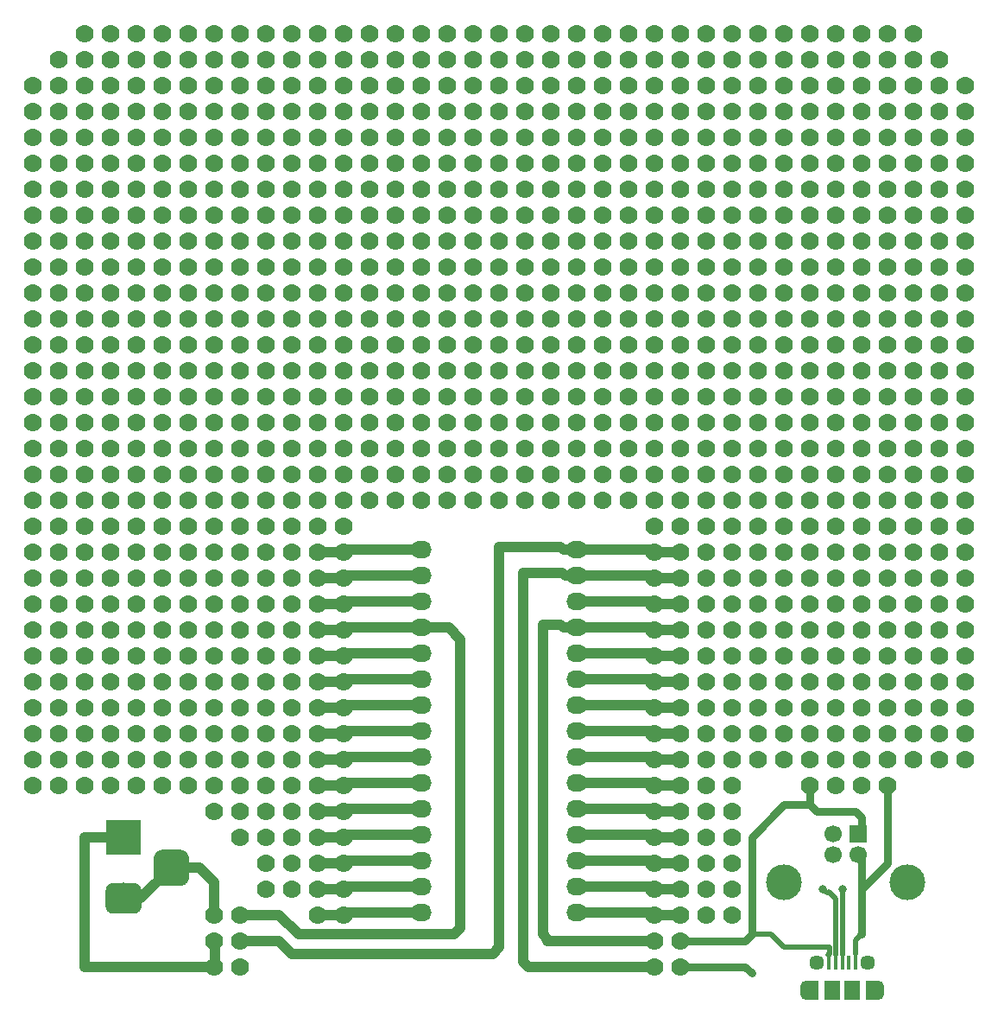
<source format=gtl>
G04 #@! TF.GenerationSoftware,KiCad,Pcbnew,(5.0.0)*
G04 #@! TF.CreationDate,2019-08-07T20:49:05+02:00*
G04 #@! TF.ProjectId,Arduino_Nano_Breadboard,41726475696E6F5F4E616E6F5F427265,rev?*
G04 #@! TF.SameCoordinates,Original*
G04 #@! TF.FileFunction,Copper,L1,Top,Signal*
G04 #@! TF.FilePolarity,Positive*
%FSLAX46Y46*%
G04 Gerber Fmt 4.6, Leading zero omitted, Abs format (unit mm)*
G04 Created by KiCad (PCBNEW (5.0.0)) date 08/07/19 20:49:05*
%MOMM*%
%LPD*%
G01*
G04 APERTURE LIST*
G04 #@! TA.AperFunction,ComponentPad*
%ADD10C,1.778000*%
G04 #@! TD*
G04 #@! TA.AperFunction,ComponentPad*
%ADD11C,3.500000*%
G04 #@! TD*
G04 #@! TA.AperFunction,ComponentPad*
%ADD12C,1.700000*%
G04 #@! TD*
G04 #@! TA.AperFunction,ComponentPad*
%ADD13R,1.700000X1.700000*%
G04 #@! TD*
G04 #@! TA.AperFunction,ComponentPad*
%ADD14O,2.032000X1.727200*%
G04 #@! TD*
G04 #@! TA.AperFunction,Conductor*
%ADD15C,0.100000*%
G04 #@! TD*
G04 #@! TA.AperFunction,ComponentPad*
%ADD16C,3.000000*%
G04 #@! TD*
G04 #@! TA.AperFunction,ComponentPad*
%ADD17R,3.500000X3.500000*%
G04 #@! TD*
G04 #@! TA.AperFunction,SMDPad,CuDef*
%ADD18R,1.200000X1.900000*%
G04 #@! TD*
G04 #@! TA.AperFunction,ComponentPad*
%ADD19O,1.200000X1.900000*%
G04 #@! TD*
G04 #@! TA.AperFunction,SMDPad,CuDef*
%ADD20R,1.500000X1.900000*%
G04 #@! TD*
G04 #@! TA.AperFunction,ComponentPad*
%ADD21C,1.450000*%
G04 #@! TD*
G04 #@! TA.AperFunction,SMDPad,CuDef*
%ADD22R,0.400000X1.350000*%
G04 #@! TD*
G04 #@! TA.AperFunction,ViaPad*
%ADD23C,0.800000*%
G04 #@! TD*
G04 #@! TA.AperFunction,ViaPad*
%ADD24C,1.000000*%
G04 #@! TD*
G04 #@! TA.AperFunction,Conductor*
%ADD25C,0.250000*%
G04 #@! TD*
G04 #@! TA.AperFunction,Conductor*
%ADD26C,1.000000*%
G04 #@! TD*
G04 #@! TA.AperFunction,Conductor*
%ADD27C,0.750000*%
G04 #@! TD*
G04 #@! TA.AperFunction,Conductor*
%ADD28C,0.500000*%
G04 #@! TD*
G04 APERTURE END LIST*
D10*
G04 #@! TO.P,,*
G04 #@! TO.N,*
X99530000Y-139850000D03*
G04 #@! TD*
G04 #@! TO.P,,*
G04 #@! TO.N,*
X96990000Y-139850000D03*
G04 #@! TD*
G04 #@! TO.P,,*
G04 #@! TO.N,*
X81750000Y-50950000D03*
G04 #@! TD*
G04 #@! TO.P,,*
G04 #@! TO.N,*
X168110000Y-50950000D03*
G04 #@! TD*
G04 #@! TO.P,,*
G04 #@! TO.N,*
X165570000Y-50950000D03*
G04 #@! TD*
G04 #@! TO.P,,*
G04 #@! TO.N,*
X165570000Y-48410000D03*
G04 #@! TD*
G04 #@! TO.P,,4*
G04 #@! TO.N,N/C*
X157950000Y-50950000D03*
X155410000Y-50950000D03*
X155410000Y-48410000D03*
X157950000Y-48410000D03*
G04 #@! TD*
G04 #@! TO.P,,4*
G04 #@! TO.N,N/C*
X147790000Y-50950000D03*
X145250000Y-50950000D03*
X145250000Y-48410000D03*
X147790000Y-48410000D03*
G04 #@! TD*
G04 #@! TO.P,,4*
G04 #@! TO.N,N/C*
X163030000Y-50950000D03*
X160490000Y-50950000D03*
X160490000Y-48410000D03*
X163030000Y-48410000D03*
G04 #@! TD*
G04 #@! TO.P,,4*
G04 #@! TO.N,N/C*
X152870000Y-50950000D03*
X150330000Y-50950000D03*
X150330000Y-48410000D03*
X152870000Y-48410000D03*
G04 #@! TD*
G04 #@! TO.P,,4*
G04 #@! TO.N,N/C*
X137630000Y-50950000D03*
X135090000Y-50950000D03*
X135090000Y-48410000D03*
X137630000Y-48410000D03*
G04 #@! TD*
G04 #@! TO.P,,4*
G04 #@! TO.N,N/C*
X127470000Y-50950000D03*
X124930000Y-50950000D03*
X124930000Y-48410000D03*
X127470000Y-48410000D03*
G04 #@! TD*
G04 #@! TO.P,,4*
G04 #@! TO.N,N/C*
X142710000Y-50950000D03*
X140170000Y-50950000D03*
X140170000Y-48410000D03*
X142710000Y-48410000D03*
G04 #@! TD*
G04 #@! TO.P,,4*
G04 #@! TO.N,N/C*
X132550000Y-50950000D03*
X130010000Y-50950000D03*
X130010000Y-48410000D03*
X132550000Y-48410000D03*
G04 #@! TD*
G04 #@! TO.P,,4*
G04 #@! TO.N,N/C*
X122390000Y-48410000D03*
X119850000Y-48410000D03*
X119850000Y-50950000D03*
X122390000Y-50950000D03*
G04 #@! TD*
G04 #@! TO.P,,4*
G04 #@! TO.N,N/C*
X117310000Y-48410000D03*
X114770000Y-48410000D03*
X114770000Y-50950000D03*
X117310000Y-50950000D03*
G04 #@! TD*
G04 #@! TO.P,,4*
G04 #@! TO.N,N/C*
X112230000Y-48410000D03*
X109690000Y-48410000D03*
X109690000Y-50950000D03*
X112230000Y-50950000D03*
G04 #@! TD*
G04 #@! TO.P,,4*
G04 #@! TO.N,N/C*
X107150000Y-48410000D03*
X104610000Y-48410000D03*
X104610000Y-50950000D03*
X107150000Y-50950000D03*
G04 #@! TD*
G04 #@! TO.P,,4*
G04 #@! TO.N,N/C*
X102070000Y-48410000D03*
X99530000Y-48410000D03*
X99530000Y-50950000D03*
X102070000Y-50950000D03*
G04 #@! TD*
G04 #@! TO.P,,4*
G04 #@! TO.N,N/C*
X96990000Y-48410000D03*
X94450000Y-48410000D03*
X94450000Y-50950000D03*
X96990000Y-50950000D03*
G04 #@! TD*
G04 #@! TO.P,,4*
G04 #@! TO.N,N/C*
X91910000Y-48410000D03*
X89370000Y-48410000D03*
X89370000Y-50950000D03*
X91910000Y-50950000D03*
G04 #@! TD*
G04 #@! TO.P,,4*
G04 #@! TO.N,N/C*
X86830000Y-48410000D03*
X84290000Y-48410000D03*
X84290000Y-50950000D03*
X86830000Y-50950000D03*
G04 #@! TD*
G04 #@! TO.P,,*
G04 #@! TO.N,*
X79210000Y-122070000D03*
G04 #@! TD*
G04 #@! TO.P,,*
G04 #@! TO.N,*
X81750000Y-122070000D03*
G04 #@! TD*
G04 #@! TO.P,,*
G04 #@! TO.N,*
X84290000Y-122070000D03*
G04 #@! TD*
G04 #@! TO.P,,5*
G04 #@! TO.N,N/C*
X84290000Y-114450000D03*
X81750000Y-114450000D03*
X79210000Y-114450000D03*
X79210000Y-116990000D03*
X79210000Y-119530000D03*
X81750000Y-119530000D03*
X84290000Y-119530000D03*
X81750000Y-116990000D03*
X84290000Y-116990000D03*
G04 #@! TD*
G04 #@! TO.P,,5*
G04 #@! TO.N,N/C*
X84290000Y-106830000D03*
X81750000Y-106830000D03*
X79210000Y-106830000D03*
X79210000Y-109370000D03*
X79210000Y-111910000D03*
X81750000Y-111910000D03*
X84290000Y-111910000D03*
X81750000Y-109370000D03*
X84290000Y-109370000D03*
G04 #@! TD*
G04 #@! TO.P,,5*
G04 #@! TO.N,N/C*
X84290000Y-99210000D03*
X81750000Y-99210000D03*
X79210000Y-99210000D03*
X79210000Y-101750000D03*
X79210000Y-104290000D03*
X81750000Y-104290000D03*
X84290000Y-104290000D03*
X81750000Y-101750000D03*
X84290000Y-101750000D03*
G04 #@! TD*
G04 #@! TO.P,,5*
G04 #@! TO.N,N/C*
X84290000Y-91590000D03*
X81750000Y-91590000D03*
X79210000Y-91590000D03*
X79210000Y-94130000D03*
X79210000Y-96670000D03*
X81750000Y-96670000D03*
X84290000Y-96670000D03*
X81750000Y-94130000D03*
X84290000Y-94130000D03*
G04 #@! TD*
G04 #@! TO.P,,5*
G04 #@! TO.N,N/C*
X84290000Y-83970000D03*
X81750000Y-83970000D03*
X79210000Y-83970000D03*
X79210000Y-86510000D03*
X79210000Y-89050000D03*
X81750000Y-89050000D03*
X84290000Y-89050000D03*
X81750000Y-86510000D03*
X84290000Y-86510000D03*
G04 #@! TD*
G04 #@! TO.P,,5*
G04 #@! TO.N,N/C*
X84290000Y-76350000D03*
X81750000Y-76350000D03*
X79210000Y-76350000D03*
X79210000Y-78890000D03*
X79210000Y-81430000D03*
X81750000Y-81430000D03*
X84290000Y-81430000D03*
X81750000Y-78890000D03*
X84290000Y-78890000D03*
G04 #@! TD*
G04 #@! TO.P,,5*
G04 #@! TO.N,N/C*
X84290000Y-68730000D03*
X81750000Y-68730000D03*
X79210000Y-68730000D03*
X79210000Y-71270000D03*
X79210000Y-73810000D03*
X81750000Y-73810000D03*
X84290000Y-73810000D03*
X81750000Y-71270000D03*
X84290000Y-71270000D03*
G04 #@! TD*
G04 #@! TO.P,,5*
G04 #@! TO.N,N/C*
X84290000Y-61110000D03*
X81750000Y-61110000D03*
X79210000Y-61110000D03*
X79210000Y-63650000D03*
X79210000Y-66190000D03*
X81750000Y-66190000D03*
X84290000Y-66190000D03*
X81750000Y-63650000D03*
X84290000Y-63650000D03*
G04 #@! TD*
G04 #@! TO.P,,5*
G04 #@! TO.N,N/C*
X84290000Y-53490000D03*
X81750000Y-53490000D03*
X79210000Y-53490000D03*
X79210000Y-56030000D03*
X79210000Y-58570000D03*
X81750000Y-58570000D03*
X84290000Y-58570000D03*
X81750000Y-56030000D03*
X84290000Y-56030000D03*
G04 #@! TD*
G04 #@! TO.P,,*
G04 #@! TO.N,*
X170650000Y-86510000D03*
G04 #@! TD*
G04 #@! TO.P,,*
G04 #@! TO.N,*
X170650000Y-83970000D03*
G04 #@! TD*
G04 #@! TO.P,,*
G04 #@! TO.N,*
X170650000Y-119530000D03*
G04 #@! TD*
G04 #@! TO.P,,*
G04 #@! TO.N,*
X170650000Y-116990000D03*
G04 #@! TD*
G04 #@! TO.P,,*
G04 #@! TO.N,*
X170650000Y-114450000D03*
G04 #@! TD*
G04 #@! TO.P,,*
G04 #@! TO.N,*
X168110000Y-114450000D03*
G04 #@! TD*
G04 #@! TO.P,,4*
G04 #@! TO.N,N/C*
X147790000Y-129690000D03*
X145250000Y-129690000D03*
X145250000Y-127150000D03*
X147790000Y-127150000D03*
G04 #@! TD*
G04 #@! TO.P,,4*
G04 #@! TO.N,N/C*
X147790000Y-124610000D03*
X145250000Y-124610000D03*
X145250000Y-122070000D03*
X147790000Y-122070000D03*
G04 #@! TD*
G04 #@! TO.P,,4*
G04 #@! TO.N,N/C*
X147790000Y-119530000D03*
X145250000Y-119530000D03*
X145250000Y-116990000D03*
X147790000Y-116990000D03*
G04 #@! TD*
G04 #@! TO.P,,4*
G04 #@! TO.N,N/C*
X152870000Y-119530000D03*
X150330000Y-119530000D03*
X150330000Y-116990000D03*
X152870000Y-116990000D03*
G04 #@! TD*
G04 #@! TO.P,,4*
G04 #@! TO.N,N/C*
X157950000Y-119530000D03*
X155410000Y-119530000D03*
X155410000Y-116990000D03*
X157950000Y-116990000D03*
G04 #@! TD*
G04 #@! TO.P,,4*
G04 #@! TO.N,N/C*
X170650000Y-111910000D03*
X168110000Y-111910000D03*
X168110000Y-109370000D03*
X170650000Y-109370000D03*
G04 #@! TD*
G04 #@! TO.P,,4*
G04 #@! TO.N,N/C*
X170650000Y-106830000D03*
X168110000Y-106830000D03*
X168110000Y-104290000D03*
X170650000Y-104290000D03*
G04 #@! TD*
G04 #@! TO.P,,4*
G04 #@! TO.N,N/C*
X170650000Y-101750000D03*
X168110000Y-101750000D03*
X168110000Y-99210000D03*
X170650000Y-99210000D03*
G04 #@! TD*
G04 #@! TO.P,,4*
G04 #@! TO.N,N/C*
X170650000Y-96670000D03*
X168110000Y-96670000D03*
X168110000Y-94130000D03*
X170650000Y-94130000D03*
G04 #@! TD*
G04 #@! TO.P,,4*
G04 #@! TO.N,N/C*
X170650000Y-91590000D03*
X168110000Y-91590000D03*
X168110000Y-89050000D03*
X170650000Y-89050000D03*
G04 #@! TD*
G04 #@! TO.P,,4*
G04 #@! TO.N,N/C*
X168110000Y-86510000D03*
X165570000Y-86510000D03*
X165570000Y-83970000D03*
X168110000Y-83970000D03*
G04 #@! TD*
G04 #@! TO.P,,5*
G04 #@! TO.N,N/C*
X170650000Y-76350000D03*
X168110000Y-76350000D03*
X165570000Y-76350000D03*
X165570000Y-78890000D03*
X165570000Y-81430000D03*
X168110000Y-81430000D03*
X170650000Y-81430000D03*
X168110000Y-78890000D03*
X170650000Y-78890000D03*
G04 #@! TD*
G04 #@! TO.P,,5*
G04 #@! TO.N,N/C*
X170650000Y-68730000D03*
X168110000Y-68730000D03*
X165570000Y-68730000D03*
X165570000Y-71270000D03*
X165570000Y-73810000D03*
X168110000Y-73810000D03*
X170650000Y-73810000D03*
X168110000Y-71270000D03*
X170650000Y-71270000D03*
G04 #@! TD*
G04 #@! TO.P,,5*
G04 #@! TO.N,N/C*
X170650000Y-61110000D03*
X168110000Y-61110000D03*
X165570000Y-61110000D03*
X165570000Y-63650000D03*
X165570000Y-66190000D03*
X168110000Y-66190000D03*
X170650000Y-66190000D03*
X168110000Y-63650000D03*
X170650000Y-63650000D03*
G04 #@! TD*
G04 #@! TO.P,,5*
G04 #@! TO.N,N/C*
X170650000Y-53490000D03*
X168110000Y-53490000D03*
X165570000Y-53490000D03*
X165570000Y-56030000D03*
X165570000Y-58570000D03*
X168110000Y-58570000D03*
X170650000Y-58570000D03*
X168110000Y-56030000D03*
X170650000Y-56030000D03*
G04 #@! TD*
G04 #@! TO.P,,*
G04 #@! TO.N,*
X163030000Y-86510000D03*
G04 #@! TD*
G04 #@! TO.P,,*
G04 #@! TO.N,*
X160490000Y-86510000D03*
G04 #@! TD*
G04 #@! TO.P,,4*
G04 #@! TO.N,N/C*
X163030000Y-81430000D03*
X160490000Y-81430000D03*
X160490000Y-83970000D03*
X163030000Y-83970000D03*
G04 #@! TD*
G04 #@! TO.P,,*
G04 #@! TO.N,*
X157950000Y-58570000D03*
G04 #@! TD*
G04 #@! TO.P,,*
G04 #@! TO.N,*
X157950000Y-56030000D03*
G04 #@! TD*
G04 #@! TO.P,,*
G04 #@! TO.N,*
X155410000Y-56030000D03*
G04 #@! TD*
G04 #@! TO.P,,*
G04 #@! TO.N,*
X152870000Y-56030000D03*
G04 #@! TD*
G04 #@! TO.P,,*
G04 #@! TO.N,*
X150330000Y-56030000D03*
G04 #@! TD*
G04 #@! TO.P,,*
G04 #@! TO.N,*
X147790000Y-56030000D03*
G04 #@! TD*
G04 #@! TO.P,,*
G04 #@! TO.N,*
X145250000Y-56030000D03*
G04 #@! TD*
G04 #@! TO.P,,*
G04 #@! TO.N,*
X145250000Y-58570000D03*
G04 #@! TD*
G04 #@! TO.P,,*
G04 #@! TO.N,*
X145250000Y-61110000D03*
G04 #@! TD*
G04 #@! TO.P,,*
G04 #@! TO.N,*
X163030000Y-78890000D03*
G04 #@! TD*
G04 #@! TO.P,,*
G04 #@! TO.N,*
X163030000Y-76350000D03*
G04 #@! TD*
G04 #@! TO.P,,*
G04 #@! TO.N,*
X163030000Y-73810000D03*
G04 #@! TD*
G04 #@! TO.P,,4*
G04 #@! TO.N,N/C*
X104610000Y-129690000D03*
X102070000Y-129690000D03*
X102070000Y-132230000D03*
X104610000Y-132230000D03*
G04 #@! TD*
G04 #@! TO.P,,4*
G04 #@! TO.N,N/C*
X104610000Y-124610000D03*
X102070000Y-124610000D03*
X102070000Y-127150000D03*
X104610000Y-127150000D03*
G04 #@! TD*
G04 #@! TO.P,,*
G04 #@! TO.N,*
X107150000Y-53490000D03*
G04 #@! TD*
G04 #@! TO.P,,4*
G04 #@! TO.N,N/C*
X168110000Y-119530000D03*
X165570000Y-119530000D03*
X165570000Y-116990000D03*
X168110000Y-116990000D03*
G04 #@! TD*
G04 #@! TO.P,,4*
G04 #@! TO.N,N/C*
X99530000Y-137310000D03*
X96990000Y-137310000D03*
X96990000Y-134770000D03*
X99530000Y-134770000D03*
G04 #@! TD*
G04 #@! TO.P,,4*
G04 #@! TO.N,N/C*
X142710000Y-139850000D03*
X140170000Y-139850000D03*
X140170000Y-137310000D03*
X142710000Y-137310000D03*
G04 #@! TD*
G04 #@! TO.P,,4*
G04 #@! TO.N,N/C*
X163030000Y-56030000D03*
X160490000Y-56030000D03*
X160490000Y-53490000D03*
X163030000Y-53490000D03*
G04 #@! TD*
G04 #@! TO.P,,4*
G04 #@! TO.N,N/C*
X163030000Y-61110000D03*
X160490000Y-61110000D03*
X160490000Y-58570000D03*
X163030000Y-58570000D03*
G04 #@! TD*
G04 #@! TO.P,,4*
G04 #@! TO.N,N/C*
X165570000Y-106830000D03*
X163030000Y-106830000D03*
X163030000Y-104290000D03*
X165570000Y-104290000D03*
G04 #@! TD*
G04 #@! TO.P,,4*
G04 #@! TO.N,N/C*
X160490000Y-106830000D03*
X157950000Y-106830000D03*
X157950000Y-104290000D03*
X160490000Y-104290000D03*
G04 #@! TD*
G04 #@! TO.P,,4*
G04 #@! TO.N,N/C*
X155410000Y-106830000D03*
X152870000Y-106830000D03*
X152870000Y-104290000D03*
X155410000Y-104290000D03*
G04 #@! TD*
G04 #@! TO.P,,4*
G04 #@! TO.N,N/C*
X147790000Y-134770000D03*
X145250000Y-134770000D03*
X145250000Y-132230000D03*
X147790000Y-132230000D03*
G04 #@! TD*
G04 #@! TO.P,,4*
G04 #@! TO.N,N/C*
X142710000Y-132230000D03*
X140170000Y-132230000D03*
X140170000Y-129690000D03*
X142710000Y-129690000D03*
G04 #@! TD*
G04 #@! TO.P,,4*
G04 #@! TO.N,N/C*
X142710000Y-127150000D03*
X140170000Y-127150000D03*
X140170000Y-124610000D03*
X142710000Y-124610000D03*
G04 #@! TD*
G04 #@! TO.P,,4*
G04 #@! TO.N,N/C*
X142710000Y-122070000D03*
X140170000Y-122070000D03*
X140170000Y-119530000D03*
X142710000Y-119530000D03*
G04 #@! TD*
G04 #@! TO.P,,4*
G04 #@! TO.N,N/C*
X142710000Y-116990000D03*
X140170000Y-116990000D03*
X140170000Y-114450000D03*
X142710000Y-114450000D03*
G04 #@! TD*
G04 #@! TO.P,,4*
G04 #@! TO.N,N/C*
X142710000Y-111910000D03*
X140170000Y-111910000D03*
X140170000Y-109370000D03*
X142710000Y-109370000D03*
G04 #@! TD*
G04 #@! TO.P,,4*
G04 #@! TO.N,N/C*
X142710000Y-106830000D03*
X140170000Y-106830000D03*
X140170000Y-104290000D03*
X142710000Y-104290000D03*
G04 #@! TD*
G04 #@! TO.P,,4*
G04 #@! TO.N,N/C*
X142710000Y-101750000D03*
X140170000Y-101750000D03*
X140170000Y-99210000D03*
X142710000Y-99210000D03*
G04 #@! TD*
G04 #@! TO.P,,4*
G04 #@! TO.N,N/C*
X142710000Y-96670000D03*
X140170000Y-96670000D03*
X140170000Y-94130000D03*
X142710000Y-94130000D03*
G04 #@! TD*
G04 #@! TO.P,,4*
G04 #@! TO.N,N/C*
X109690000Y-132230000D03*
X107150000Y-132230000D03*
X107150000Y-129690000D03*
X109690000Y-129690000D03*
G04 #@! TD*
G04 #@! TO.P,,4*
G04 #@! TO.N,N/C*
X109690000Y-127150000D03*
X107150000Y-127150000D03*
X107150000Y-124610000D03*
X109690000Y-124610000D03*
G04 #@! TD*
G04 #@! TO.P,,4*
G04 #@! TO.N,N/C*
X109690000Y-122070000D03*
X107150000Y-122070000D03*
X107150000Y-119530000D03*
X109690000Y-119530000D03*
G04 #@! TD*
G04 #@! TO.P,,4*
G04 #@! TO.N,N/C*
X109690000Y-116990000D03*
X107150000Y-116990000D03*
X107150000Y-114450000D03*
X109690000Y-114450000D03*
G04 #@! TD*
G04 #@! TO.P,,4*
G04 #@! TO.N,N/C*
X109690000Y-111910000D03*
X107150000Y-111910000D03*
X107150000Y-109370000D03*
X109690000Y-109370000D03*
G04 #@! TD*
G04 #@! TO.P,,4*
G04 #@! TO.N,N/C*
X109690000Y-106830000D03*
X107150000Y-106830000D03*
X107150000Y-104290000D03*
X109690000Y-104290000D03*
G04 #@! TD*
G04 #@! TO.P,,4*
G04 #@! TO.N,N/C*
X109690000Y-101750000D03*
X107150000Y-101750000D03*
X107150000Y-99210000D03*
X109690000Y-99210000D03*
G04 #@! TD*
G04 #@! TO.P,,4*
G04 #@! TO.N,N/C*
X109690000Y-96670000D03*
X107150000Y-96670000D03*
X107150000Y-94130000D03*
X109690000Y-94130000D03*
G04 #@! TD*
G04 #@! TO.P,,4*
G04 #@! TO.N,N/C*
X163030000Y-66190000D03*
X160490000Y-66190000D03*
X160490000Y-63650000D03*
X163030000Y-63650000D03*
G04 #@! TD*
G04 #@! TO.P,,4*
G04 #@! TO.N,N/C*
X163030000Y-119530000D03*
X160490000Y-119530000D03*
X160490000Y-116990000D03*
X163030000Y-116990000D03*
G04 #@! TD*
G04 #@! TO.P,,4*
G04 #@! TO.N,N/C*
X150330000Y-61110000D03*
X147790000Y-61110000D03*
X147790000Y-58570000D03*
X150330000Y-58570000D03*
G04 #@! TD*
G04 #@! TO.P,,4*
G04 #@! TO.N,N/C*
X163030000Y-71270000D03*
X160490000Y-71270000D03*
X160490000Y-68730000D03*
X163030000Y-68730000D03*
G04 #@! TD*
G04 #@! TO.P,,4*
G04 #@! TO.N,N/C*
X89370000Y-122070000D03*
X86830000Y-122070000D03*
X86830000Y-119530000D03*
X89370000Y-119530000D03*
G04 #@! TD*
G04 #@! TO.P,,4*
G04 #@! TO.N,N/C*
X89370000Y-116990000D03*
X86830000Y-116990000D03*
X86830000Y-114450000D03*
X89370000Y-114450000D03*
G04 #@! TD*
G04 #@! TO.P,,4*
G04 #@! TO.N,N/C*
X89370000Y-111910000D03*
X86830000Y-111910000D03*
X86830000Y-109370000D03*
X89370000Y-109370000D03*
G04 #@! TD*
G04 #@! TO.P,,4*
G04 #@! TO.N,N/C*
X89370000Y-106830000D03*
X86830000Y-106830000D03*
X86830000Y-104290000D03*
X89370000Y-104290000D03*
G04 #@! TD*
G04 #@! TO.P,,4*
G04 #@! TO.N,N/C*
X89370000Y-101750000D03*
X86830000Y-101750000D03*
X86830000Y-99210000D03*
X89370000Y-99210000D03*
G04 #@! TD*
G04 #@! TO.P,,4*
G04 #@! TO.N,N/C*
X89370000Y-96670000D03*
X86830000Y-96670000D03*
X86830000Y-94130000D03*
X89370000Y-94130000D03*
G04 #@! TD*
G04 #@! TO.P,,4*
G04 #@! TO.N,N/C*
X89370000Y-91590000D03*
X86830000Y-91590000D03*
X86830000Y-89050000D03*
X89370000Y-89050000D03*
G04 #@! TD*
G04 #@! TO.P,,4*
G04 #@! TO.N,N/C*
X89370000Y-86510000D03*
X86830000Y-86510000D03*
X86830000Y-83970000D03*
X89370000Y-83970000D03*
G04 #@! TD*
G04 #@! TO.P,,4*
G04 #@! TO.N,N/C*
X89370000Y-81430000D03*
X86830000Y-81430000D03*
X86830000Y-78890000D03*
X89370000Y-78890000D03*
G04 #@! TD*
G04 #@! TO.P,,4*
G04 #@! TO.N,N/C*
X89370000Y-76350000D03*
X86830000Y-76350000D03*
X86830000Y-73810000D03*
X89370000Y-73810000D03*
G04 #@! TD*
G04 #@! TO.P,,4*
G04 #@! TO.N,N/C*
X89370000Y-71270000D03*
X86830000Y-71270000D03*
X86830000Y-68730000D03*
X89370000Y-68730000D03*
G04 #@! TD*
G04 #@! TO.P,,4*
G04 #@! TO.N,N/C*
X89370000Y-66190000D03*
X86830000Y-66190000D03*
X86830000Y-63650000D03*
X89370000Y-63650000D03*
G04 #@! TD*
G04 #@! TO.P,,4*
G04 #@! TO.N,N/C*
X89370000Y-61110000D03*
X86830000Y-61110000D03*
X86830000Y-58570000D03*
X89370000Y-58570000D03*
G04 #@! TD*
G04 #@! TO.P,,4*
G04 #@! TO.N,N/C*
X89370000Y-56030000D03*
X86830000Y-56030000D03*
X86830000Y-53490000D03*
X89370000Y-53490000D03*
G04 #@! TD*
G04 #@! TO.P,,4*
G04 #@! TO.N,N/C*
X155410000Y-78890000D03*
X152870000Y-78890000D03*
X152870000Y-76350000D03*
X155410000Y-76350000D03*
G04 #@! TD*
G04 #@! TO.P,,4*
G04 #@! TO.N,N/C*
X160490000Y-78890000D03*
X157950000Y-78890000D03*
X157950000Y-76350000D03*
X160490000Y-76350000D03*
G04 #@! TD*
G04 #@! TO.P,,*
G04 #@! TO.N,*
X99530000Y-127150000D03*
G04 #@! TD*
G04 #@! TO.P,,*
G04 #@! TO.N,*
X99530000Y-124610000D03*
G04 #@! TD*
G04 #@! TO.P,,*
G04 #@! TO.N,*
X96990000Y-124610000D03*
G04 #@! TD*
G04 #@! TO.P,,*
G04 #@! TO.N,*
X163030000Y-122070000D03*
G04 #@! TD*
G04 #@! TO.P,,*
G04 #@! TO.N,*
X160490000Y-122070000D03*
G04 #@! TD*
G04 #@! TO.P,,*
G04 #@! TO.N,*
X157950000Y-122070000D03*
G04 #@! TD*
G04 #@! TO.P,,*
G04 #@! TO.N,*
X155410000Y-122070000D03*
G04 #@! TD*
G04 #@! TO.P,,*
G04 #@! TO.N,*
X107150000Y-134770000D03*
G04 #@! TD*
G04 #@! TO.P,,*
G04 #@! TO.N,*
X109690000Y-134770000D03*
G04 #@! TD*
G04 #@! TO.P,,*
G04 #@! TO.N,*
X142710000Y-134770000D03*
G04 #@! TD*
G04 #@! TO.P,,*
G04 #@! TO.N,*
X140170000Y-134770000D03*
G04 #@! TD*
G04 #@! TO.P,,*
G04 #@! TO.N,*
X137630000Y-94130000D03*
G04 #@! TD*
G04 #@! TO.P,,*
G04 #@! TO.N,*
X135090000Y-94130000D03*
G04 #@! TD*
G04 #@! TO.P,,*
G04 #@! TO.N,*
X132550000Y-94130000D03*
G04 #@! TD*
G04 #@! TO.P,,*
G04 #@! TO.N,*
X130010000Y-94130000D03*
G04 #@! TD*
G04 #@! TO.P,,*
G04 #@! TO.N,*
X127470000Y-94130000D03*
G04 #@! TD*
G04 #@! TO.P,,*
G04 #@! TO.N,*
X124930000Y-94130000D03*
G04 #@! TD*
G04 #@! TO.P,,*
G04 #@! TO.N,*
X122390000Y-94130000D03*
G04 #@! TD*
G04 #@! TO.P,,*
G04 #@! TO.N,*
X119850000Y-94130000D03*
G04 #@! TD*
G04 #@! TO.P,,*
G04 #@! TO.N,*
X117310000Y-94130000D03*
G04 #@! TD*
G04 #@! TO.P,,*
G04 #@! TO.N,*
X114770000Y-94130000D03*
G04 #@! TD*
G04 #@! TO.P,,*
G04 #@! TO.N,*
X157950000Y-53490000D03*
G04 #@! TD*
G04 #@! TO.P,,*
G04 #@! TO.N,*
X155410000Y-53490000D03*
G04 #@! TD*
G04 #@! TO.P,,*
G04 #@! TO.N,*
X152870000Y-53490000D03*
G04 #@! TD*
G04 #@! TO.P,,*
G04 #@! TO.N,*
X160490000Y-73810000D03*
G04 #@! TD*
G04 #@! TO.P,,*
G04 #@! TO.N,*
X152870000Y-58570000D03*
G04 #@! TD*
G04 #@! TO.P,,*
G04 #@! TO.N,*
X155410000Y-58570000D03*
G04 #@! TD*
G04 #@! TO.P,,*
G04 #@! TO.N,*
X91910000Y-53490000D03*
G04 #@! TD*
G04 #@! TO.P,,*
G04 #@! TO.N,*
X96990000Y-53490000D03*
G04 #@! TD*
G04 #@! TO.P,,*
G04 #@! TO.N,*
X94450000Y-53490000D03*
G04 #@! TD*
G04 #@! TO.P,,*
G04 #@! TO.N,*
X99530000Y-53490000D03*
G04 #@! TD*
G04 #@! TO.P,,*
G04 #@! TO.N,*
X102070000Y-53490000D03*
G04 #@! TD*
G04 #@! TO.P,,*
G04 #@! TO.N,*
X104610000Y-53490000D03*
G04 #@! TD*
G04 #@! TO.P,,*
G04 #@! TO.N,*
X109690000Y-53490000D03*
G04 #@! TD*
G04 #@! TO.P,,*
G04 #@! TO.N,*
X119850000Y-53490000D03*
G04 #@! TD*
G04 #@! TO.P,,*
G04 #@! TO.N,*
X127470000Y-53490000D03*
G04 #@! TD*
G04 #@! TO.P,,*
G04 #@! TO.N,*
X122390000Y-53490000D03*
G04 #@! TD*
G04 #@! TO.P,,*
G04 #@! TO.N,*
X130010000Y-53490000D03*
G04 #@! TD*
G04 #@! TO.P,,*
G04 #@! TO.N,*
X112230000Y-53490000D03*
G04 #@! TD*
G04 #@! TO.P,,*
G04 #@! TO.N,*
X114770000Y-53490000D03*
G04 #@! TD*
G04 #@! TO.P,,*
G04 #@! TO.N,*
X117310000Y-53490000D03*
G04 #@! TD*
G04 #@! TO.P,,*
G04 #@! TO.N,*
X124930000Y-53490000D03*
G04 #@! TD*
G04 #@! TO.P,,*
G04 #@! TO.N,*
X132550000Y-53490000D03*
G04 #@! TD*
G04 #@! TO.P,,*
G04 #@! TO.N,*
X142710000Y-53490000D03*
G04 #@! TD*
G04 #@! TO.P,,*
G04 #@! TO.N,*
X150330000Y-53490000D03*
G04 #@! TD*
G04 #@! TO.P,,*
G04 #@! TO.N,*
X145250000Y-53490000D03*
G04 #@! TD*
G04 #@! TO.P,,*
G04 #@! TO.N,*
X135090000Y-53490000D03*
G04 #@! TD*
G04 #@! TO.P,,*
G04 #@! TO.N,*
X137630000Y-53490000D03*
G04 #@! TD*
G04 #@! TO.P,,*
G04 #@! TO.N,*
X140170000Y-53490000D03*
G04 #@! TD*
G04 #@! TO.P,,*
G04 #@! TO.N,*
X147790000Y-53490000D03*
G04 #@! TD*
G04 #@! TO.P,,*
G04 #@! TO.N,*
X112230000Y-94130000D03*
G04 #@! TD*
G04 #@! TO.P,,5*
G04 #@! TO.N,N/C*
X142710000Y-81430000D03*
X140170000Y-81430000D03*
X142710000Y-83970000D03*
X140170000Y-83970000D03*
X137630000Y-83970000D03*
X137630000Y-81430000D03*
X137630000Y-78890000D03*
X140170000Y-78890000D03*
X142710000Y-78890000D03*
G04 #@! TD*
G04 #@! TO.P,,5*
G04 #@! TO.N,N/C*
X165570000Y-99210000D03*
X163030000Y-99210000D03*
X165570000Y-101750000D03*
X163030000Y-101750000D03*
X160490000Y-101750000D03*
X160490000Y-99210000D03*
X160490000Y-96670000D03*
X163030000Y-96670000D03*
X165570000Y-96670000D03*
G04 #@! TD*
G04 #@! TO.P,,5*
G04 #@! TO.N,N/C*
X157950000Y-99210000D03*
X155410000Y-99210000D03*
X157950000Y-101750000D03*
X155410000Y-101750000D03*
X152870000Y-101750000D03*
X152870000Y-99210000D03*
X152870000Y-96670000D03*
X155410000Y-96670000D03*
X157950000Y-96670000D03*
G04 #@! TD*
G04 #@! TO.P,,5*
G04 #@! TO.N,N/C*
X165570000Y-91590000D03*
X163030000Y-91590000D03*
X165570000Y-94130000D03*
X163030000Y-94130000D03*
X160490000Y-94130000D03*
X160490000Y-91590000D03*
X160490000Y-89050000D03*
X163030000Y-89050000D03*
X165570000Y-89050000D03*
G04 #@! TD*
G04 #@! TO.P,,5*
G04 #@! TO.N,N/C*
X157950000Y-91590000D03*
X155410000Y-91590000D03*
X157950000Y-94130000D03*
X155410000Y-94130000D03*
X152870000Y-94130000D03*
X152870000Y-91590000D03*
X152870000Y-89050000D03*
X155410000Y-89050000D03*
X157950000Y-89050000D03*
G04 #@! TD*
G04 #@! TO.P,,5*
G04 #@! TO.N,N/C*
X157950000Y-83970000D03*
X155410000Y-83970000D03*
X157950000Y-86510000D03*
X155410000Y-86510000D03*
X152870000Y-86510000D03*
X152870000Y-83970000D03*
X152870000Y-81430000D03*
X155410000Y-81430000D03*
X157950000Y-81430000D03*
G04 #@! TD*
G04 #@! TO.P,,5*
G04 #@! TO.N,N/C*
X150330000Y-111910000D03*
X147790000Y-111910000D03*
X150330000Y-114450000D03*
X147790000Y-114450000D03*
X145250000Y-114450000D03*
X145250000Y-111910000D03*
X145250000Y-109370000D03*
X147790000Y-109370000D03*
X150330000Y-109370000D03*
G04 #@! TD*
G04 #@! TO.P,,5*
G04 #@! TO.N,N/C*
X150330000Y-104290000D03*
X147790000Y-104290000D03*
X150330000Y-106830000D03*
X147790000Y-106830000D03*
X145250000Y-106830000D03*
X145250000Y-104290000D03*
X145250000Y-101750000D03*
X147790000Y-101750000D03*
X150330000Y-101750000D03*
G04 #@! TD*
G04 #@! TO.P,,5*
G04 #@! TO.N,N/C*
X150330000Y-96670000D03*
X147790000Y-96670000D03*
X150330000Y-99210000D03*
X147790000Y-99210000D03*
X145250000Y-99210000D03*
X145250000Y-96670000D03*
X145250000Y-94130000D03*
X147790000Y-94130000D03*
X150330000Y-94130000D03*
G04 #@! TD*
G04 #@! TO.P,,5*
G04 #@! TO.N,N/C*
X112230000Y-89050000D03*
X109690000Y-89050000D03*
X112230000Y-91590000D03*
X109690000Y-91590000D03*
X107150000Y-91590000D03*
X107150000Y-89050000D03*
X107150000Y-86510000D03*
X109690000Y-86510000D03*
X112230000Y-86510000D03*
G04 #@! TD*
G04 #@! TO.P,,5*
G04 #@! TO.N,N/C*
X119850000Y-89050000D03*
X117310000Y-89050000D03*
X119850000Y-91590000D03*
X117310000Y-91590000D03*
X114770000Y-91590000D03*
X114770000Y-89050000D03*
X114770000Y-86510000D03*
X117310000Y-86510000D03*
X119850000Y-86510000D03*
G04 #@! TD*
G04 #@! TO.P,,5*
G04 #@! TO.N,N/C*
X127470000Y-89050000D03*
X124930000Y-89050000D03*
X127470000Y-91590000D03*
X124930000Y-91590000D03*
X122390000Y-91590000D03*
X122390000Y-89050000D03*
X122390000Y-86510000D03*
X124930000Y-86510000D03*
X127470000Y-86510000D03*
G04 #@! TD*
G04 #@! TO.P,,5*
G04 #@! TO.N,N/C*
X135090000Y-89050000D03*
X132550000Y-89050000D03*
X135090000Y-91590000D03*
X132550000Y-91590000D03*
X130010000Y-91590000D03*
X130010000Y-89050000D03*
X130010000Y-86510000D03*
X132550000Y-86510000D03*
X135090000Y-86510000D03*
G04 #@! TD*
G04 #@! TO.P,,5*
G04 #@! TO.N,N/C*
X142710000Y-89050000D03*
X140170000Y-89050000D03*
X142710000Y-91590000D03*
X140170000Y-91590000D03*
X137630000Y-91590000D03*
X137630000Y-89050000D03*
X137630000Y-86510000D03*
X140170000Y-86510000D03*
X142710000Y-86510000D03*
G04 #@! TD*
G04 #@! TO.P,,5*
G04 #@! TO.N,N/C*
X150330000Y-89050000D03*
X147790000Y-89050000D03*
X150330000Y-91590000D03*
X147790000Y-91590000D03*
X145250000Y-91590000D03*
X145250000Y-89050000D03*
X145250000Y-86510000D03*
X147790000Y-86510000D03*
X150330000Y-86510000D03*
G04 #@! TD*
G04 #@! TO.P,,5*
G04 #@! TO.N,N/C*
X150330000Y-81430000D03*
X147790000Y-81430000D03*
X150330000Y-83970000D03*
X147790000Y-83970000D03*
X145250000Y-83970000D03*
X145250000Y-81430000D03*
X145250000Y-78890000D03*
X147790000Y-78890000D03*
X150330000Y-78890000D03*
G04 #@! TD*
G04 #@! TO.P,,5*
G04 #@! TO.N,N/C*
X135090000Y-81430000D03*
X132550000Y-81430000D03*
X135090000Y-83970000D03*
X132550000Y-83970000D03*
X130010000Y-83970000D03*
X130010000Y-81430000D03*
X130010000Y-78890000D03*
X132550000Y-78890000D03*
X135090000Y-78890000D03*
G04 #@! TD*
G04 #@! TO.P,,5*
G04 #@! TO.N,N/C*
X127470000Y-81430000D03*
X124930000Y-81430000D03*
X127470000Y-83970000D03*
X124930000Y-83970000D03*
X122390000Y-83970000D03*
X122390000Y-81430000D03*
X122390000Y-78890000D03*
X124930000Y-78890000D03*
X127470000Y-78890000D03*
G04 #@! TD*
G04 #@! TO.P,,5*
G04 #@! TO.N,N/C*
X119850000Y-81430000D03*
X117310000Y-81430000D03*
X119850000Y-83970000D03*
X117310000Y-83970000D03*
X114770000Y-83970000D03*
X114770000Y-81430000D03*
X114770000Y-78890000D03*
X117310000Y-78890000D03*
X119850000Y-78890000D03*
G04 #@! TD*
G04 #@! TO.P,,5*
G04 #@! TO.N,N/C*
X112230000Y-81430000D03*
X109690000Y-81430000D03*
X112230000Y-83970000D03*
X109690000Y-83970000D03*
X107150000Y-83970000D03*
X107150000Y-81430000D03*
X107150000Y-78890000D03*
X109690000Y-78890000D03*
X112230000Y-78890000D03*
G04 #@! TD*
G04 #@! TO.P,,5*
G04 #@! TO.N,N/C*
X165570000Y-111910000D03*
X163030000Y-111910000D03*
X165570000Y-114450000D03*
X163030000Y-114450000D03*
X160490000Y-114450000D03*
X160490000Y-111910000D03*
X160490000Y-109370000D03*
X163030000Y-109370000D03*
X165570000Y-109370000D03*
G04 #@! TD*
G04 #@! TO.P,,5*
G04 #@! TO.N,N/C*
X157950000Y-111910000D03*
X155410000Y-111910000D03*
X157950000Y-114450000D03*
X155410000Y-114450000D03*
X152870000Y-114450000D03*
X152870000Y-111910000D03*
X152870000Y-109370000D03*
X155410000Y-109370000D03*
X157950000Y-109370000D03*
G04 #@! TD*
G04 #@! TO.P,,5*
G04 #@! TO.N,N/C*
X157950000Y-71270000D03*
X155410000Y-71270000D03*
X157950000Y-73810000D03*
X155410000Y-73810000D03*
X152870000Y-73810000D03*
X152870000Y-71270000D03*
X152870000Y-68730000D03*
X155410000Y-68730000D03*
X157950000Y-68730000D03*
G04 #@! TD*
G04 #@! TO.P,,5*
G04 #@! TO.N,N/C*
X157950000Y-63650000D03*
X155410000Y-63650000D03*
X157950000Y-66190000D03*
X155410000Y-66190000D03*
X152870000Y-66190000D03*
X152870000Y-63650000D03*
X152870000Y-61110000D03*
X155410000Y-61110000D03*
X157950000Y-61110000D03*
G04 #@! TD*
G04 #@! TO.P,,5*
G04 #@! TO.N,N/C*
X96990000Y-58570000D03*
X94450000Y-58570000D03*
X96990000Y-61110000D03*
X94450000Y-61110000D03*
X91910000Y-61110000D03*
X91910000Y-58570000D03*
X91910000Y-56030000D03*
X94450000Y-56030000D03*
X96990000Y-56030000D03*
G04 #@! TD*
G04 #@! TO.P,,5*
G04 #@! TO.N,N/C*
X96990000Y-66190000D03*
X94450000Y-66190000D03*
X96990000Y-68730000D03*
X94450000Y-68730000D03*
X91910000Y-68730000D03*
X91910000Y-66190000D03*
X91910000Y-63650000D03*
X94450000Y-63650000D03*
X96990000Y-63650000D03*
G04 #@! TD*
G04 #@! TO.P,,5*
G04 #@! TO.N,N/C*
X96990000Y-73810000D03*
X94450000Y-73810000D03*
X96990000Y-76350000D03*
X94450000Y-76350000D03*
X91910000Y-76350000D03*
X91910000Y-73810000D03*
X91910000Y-71270000D03*
X94450000Y-71270000D03*
X96990000Y-71270000D03*
G04 #@! TD*
G04 #@! TO.P,,5*
G04 #@! TO.N,N/C*
X96990000Y-104290000D03*
X94450000Y-104290000D03*
X96990000Y-106830000D03*
X94450000Y-106830000D03*
X91910000Y-106830000D03*
X91910000Y-104290000D03*
X91910000Y-101750000D03*
X94450000Y-101750000D03*
X96990000Y-101750000D03*
G04 #@! TD*
G04 #@! TO.P,,5*
G04 #@! TO.N,N/C*
X96990000Y-119530000D03*
X94450000Y-119530000D03*
X96990000Y-122070000D03*
X94450000Y-122070000D03*
X91910000Y-122070000D03*
X91910000Y-119530000D03*
X91910000Y-116990000D03*
X94450000Y-116990000D03*
X96990000Y-116990000D03*
G04 #@! TD*
G04 #@! TO.P,,5*
G04 #@! TO.N,N/C*
X96990000Y-89050000D03*
X94450000Y-89050000D03*
X96990000Y-91590000D03*
X94450000Y-91590000D03*
X91910000Y-91590000D03*
X91910000Y-89050000D03*
X91910000Y-86510000D03*
X94450000Y-86510000D03*
X96990000Y-86510000D03*
G04 #@! TD*
G04 #@! TO.P,,5*
G04 #@! TO.N,N/C*
X96990000Y-81430000D03*
X94450000Y-81430000D03*
X96990000Y-83970000D03*
X94450000Y-83970000D03*
X91910000Y-83970000D03*
X91910000Y-81430000D03*
X91910000Y-78890000D03*
X94450000Y-78890000D03*
X96990000Y-78890000D03*
G04 #@! TD*
G04 #@! TO.P,,5*
G04 #@! TO.N,N/C*
X96990000Y-96670000D03*
X94450000Y-96670000D03*
X96990000Y-99210000D03*
X94450000Y-99210000D03*
X91910000Y-99210000D03*
X91910000Y-96670000D03*
X91910000Y-94130000D03*
X94450000Y-94130000D03*
X96990000Y-94130000D03*
G04 #@! TD*
G04 #@! TO.P,,5*
G04 #@! TO.N,N/C*
X96990000Y-111910000D03*
X94450000Y-111910000D03*
X96990000Y-114450000D03*
X94450000Y-114450000D03*
X91910000Y-114450000D03*
X91910000Y-111910000D03*
X91910000Y-109370000D03*
X94450000Y-109370000D03*
X96990000Y-109370000D03*
G04 #@! TD*
G04 #@! TO.P,,5*
G04 #@! TO.N,N/C*
X135090000Y-73810000D03*
X132550000Y-73810000D03*
X135090000Y-76350000D03*
X132550000Y-76350000D03*
X130010000Y-76350000D03*
X130010000Y-73810000D03*
X130010000Y-71270000D03*
X132550000Y-71270000D03*
X135090000Y-71270000D03*
G04 #@! TD*
G04 #@! TO.P,,5*
G04 #@! TO.N,N/C*
X135090000Y-58570000D03*
X132550000Y-58570000D03*
X135090000Y-61110000D03*
X132550000Y-61110000D03*
X130010000Y-61110000D03*
X130010000Y-58570000D03*
X130010000Y-56030000D03*
X132550000Y-56030000D03*
X135090000Y-56030000D03*
G04 #@! TD*
G04 #@! TO.P,,5*
G04 #@! TO.N,N/C*
X142710000Y-73810000D03*
X140170000Y-73810000D03*
X142710000Y-76350000D03*
X140170000Y-76350000D03*
X137630000Y-76350000D03*
X137630000Y-73810000D03*
X137630000Y-71270000D03*
X140170000Y-71270000D03*
X142710000Y-71270000D03*
G04 #@! TD*
G04 #@! TO.P,,5*
G04 #@! TO.N,N/C*
X150330000Y-73810000D03*
X147790000Y-73810000D03*
X150330000Y-76350000D03*
X147790000Y-76350000D03*
X145250000Y-76350000D03*
X145250000Y-73810000D03*
X145250000Y-71270000D03*
X147790000Y-71270000D03*
X150330000Y-71270000D03*
G04 #@! TD*
G04 #@! TO.P,,5*
G04 #@! TO.N,N/C*
X142710000Y-66190000D03*
X140170000Y-66190000D03*
X142710000Y-68730000D03*
X140170000Y-68730000D03*
X137630000Y-68730000D03*
X137630000Y-66190000D03*
X137630000Y-63650000D03*
X140170000Y-63650000D03*
X142710000Y-63650000D03*
G04 #@! TD*
G04 #@! TO.P,,5*
G04 #@! TO.N,N/C*
X142710000Y-58570000D03*
X140170000Y-58570000D03*
X142710000Y-61110000D03*
X140170000Y-61110000D03*
X137630000Y-61110000D03*
X137630000Y-58570000D03*
X137630000Y-56030000D03*
X140170000Y-56030000D03*
X142710000Y-56030000D03*
G04 #@! TD*
G04 #@! TO.P,,5*
G04 #@! TO.N,N/C*
X150330000Y-66190000D03*
X147790000Y-66190000D03*
X150330000Y-68730000D03*
X147790000Y-68730000D03*
X145250000Y-68730000D03*
X145250000Y-66190000D03*
X145250000Y-63650000D03*
X147790000Y-63650000D03*
X150330000Y-63650000D03*
G04 #@! TD*
G04 #@! TO.P,,5*
G04 #@! TO.N,N/C*
X135090000Y-66190000D03*
X132550000Y-66190000D03*
X135090000Y-68730000D03*
X132550000Y-68730000D03*
X130010000Y-68730000D03*
X130010000Y-66190000D03*
X130010000Y-63650000D03*
X132550000Y-63650000D03*
X135090000Y-63650000D03*
G04 #@! TD*
G04 #@! TO.P,,5*
G04 #@! TO.N,N/C*
X127470000Y-73810000D03*
X124930000Y-73810000D03*
X127470000Y-76350000D03*
X124930000Y-76350000D03*
X122390000Y-76350000D03*
X122390000Y-73810000D03*
X122390000Y-71270000D03*
X124930000Y-71270000D03*
X127470000Y-71270000D03*
G04 #@! TD*
G04 #@! TO.P,,5*
G04 #@! TO.N,N/C*
X112230000Y-73810000D03*
X109690000Y-73810000D03*
X112230000Y-76350000D03*
X109690000Y-76350000D03*
X107150000Y-76350000D03*
X107150000Y-73810000D03*
X107150000Y-71270000D03*
X109690000Y-71270000D03*
X112230000Y-71270000D03*
G04 #@! TD*
G04 #@! TO.P,,5*
G04 #@! TO.N,N/C*
X119850000Y-73810000D03*
X117310000Y-73810000D03*
X119850000Y-76350000D03*
X117310000Y-76350000D03*
X114770000Y-76350000D03*
X114770000Y-73810000D03*
X114770000Y-71270000D03*
X117310000Y-71270000D03*
X119850000Y-71270000D03*
G04 #@! TD*
G04 #@! TO.P,,5*
G04 #@! TO.N,N/C*
X112230000Y-66190000D03*
X109690000Y-66190000D03*
X112230000Y-68730000D03*
X109690000Y-68730000D03*
X107150000Y-68730000D03*
X107150000Y-66190000D03*
X107150000Y-63650000D03*
X109690000Y-63650000D03*
X112230000Y-63650000D03*
G04 #@! TD*
G04 #@! TO.P,,5*
G04 #@! TO.N,N/C*
X112230000Y-58570000D03*
X109690000Y-58570000D03*
X112230000Y-61110000D03*
X109690000Y-61110000D03*
X107150000Y-61110000D03*
X107150000Y-58570000D03*
X107150000Y-56030000D03*
X109690000Y-56030000D03*
X112230000Y-56030000D03*
G04 #@! TD*
G04 #@! TO.P,,5*
G04 #@! TO.N,N/C*
X127470000Y-58570000D03*
X124930000Y-58570000D03*
X127470000Y-61110000D03*
X124930000Y-61110000D03*
X122390000Y-61110000D03*
X122390000Y-58570000D03*
X122390000Y-56030000D03*
X124930000Y-56030000D03*
X127470000Y-56030000D03*
G04 #@! TD*
G04 #@! TO.P,,5*
G04 #@! TO.N,N/C*
X119850000Y-66190000D03*
X117310000Y-66190000D03*
X119850000Y-68730000D03*
X117310000Y-68730000D03*
X114770000Y-68730000D03*
X114770000Y-66190000D03*
X114770000Y-63650000D03*
X117310000Y-63650000D03*
X119850000Y-63650000D03*
G04 #@! TD*
G04 #@! TO.P,,5*
G04 #@! TO.N,N/C*
X127470000Y-66190000D03*
X124930000Y-66190000D03*
X127470000Y-68730000D03*
X124930000Y-68730000D03*
X122390000Y-68730000D03*
X122390000Y-66190000D03*
X122390000Y-63650000D03*
X124930000Y-63650000D03*
X127470000Y-63650000D03*
G04 #@! TD*
G04 #@! TO.P,,5*
G04 #@! TO.N,N/C*
X119850000Y-58570000D03*
X117310000Y-58570000D03*
X119850000Y-61110000D03*
X117310000Y-61110000D03*
X114770000Y-61110000D03*
X114770000Y-58570000D03*
X114770000Y-56030000D03*
X117310000Y-56030000D03*
X119850000Y-56030000D03*
G04 #@! TD*
G04 #@! TO.P,,5*
G04 #@! TO.N,N/C*
X104610000Y-73810000D03*
X102070000Y-73810000D03*
X104610000Y-76350000D03*
X102070000Y-76350000D03*
X99530000Y-76350000D03*
X99530000Y-73810000D03*
X99530000Y-71270000D03*
X102070000Y-71270000D03*
X104610000Y-71270000D03*
G04 #@! TD*
G04 #@! TO.P,,5*
G04 #@! TO.N,N/C*
X104610000Y-58570000D03*
X102070000Y-58570000D03*
X104610000Y-61110000D03*
X102070000Y-61110000D03*
X99530000Y-61110000D03*
X99530000Y-58570000D03*
X99530000Y-56030000D03*
X102070000Y-56030000D03*
X104610000Y-56030000D03*
G04 #@! TD*
G04 #@! TO.P,,5*
G04 #@! TO.N,N/C*
X104610000Y-66190000D03*
X102070000Y-66190000D03*
X104610000Y-68730000D03*
X102070000Y-68730000D03*
X99530000Y-68730000D03*
X99530000Y-66190000D03*
X99530000Y-63650000D03*
X102070000Y-63650000D03*
X104610000Y-63650000D03*
G04 #@! TD*
G04 #@! TO.P,,5*
G04 #@! TO.N,N/C*
X104610000Y-119530000D03*
X102070000Y-119530000D03*
X104610000Y-122070000D03*
X102070000Y-122070000D03*
X99530000Y-122070000D03*
X99530000Y-119530000D03*
X99530000Y-116990000D03*
X102070000Y-116990000D03*
X104610000Y-116990000D03*
G04 #@! TD*
G04 #@! TO.P,,5*
G04 #@! TO.N,N/C*
X104610000Y-111910000D03*
X102070000Y-111910000D03*
X104610000Y-114450000D03*
X102070000Y-114450000D03*
X99530000Y-114450000D03*
X99530000Y-111910000D03*
X99530000Y-109370000D03*
X102070000Y-109370000D03*
X104610000Y-109370000D03*
G04 #@! TD*
G04 #@! TO.P,,5*
G04 #@! TO.N,N/C*
X104610000Y-104290000D03*
X102070000Y-104290000D03*
X104610000Y-106830000D03*
X102070000Y-106830000D03*
X99530000Y-106830000D03*
X99530000Y-104290000D03*
X99530000Y-101750000D03*
X102070000Y-101750000D03*
X104610000Y-101750000D03*
G04 #@! TD*
G04 #@! TO.P,,5*
G04 #@! TO.N,N/C*
X104610000Y-89050000D03*
X102070000Y-89050000D03*
X104610000Y-91590000D03*
X102070000Y-91590000D03*
X99530000Y-91590000D03*
X99530000Y-89050000D03*
X99530000Y-86510000D03*
X102070000Y-86510000D03*
X104610000Y-86510000D03*
G04 #@! TD*
G04 #@! TO.P,,5*
G04 #@! TO.N,N/C*
X104610000Y-96670000D03*
X102070000Y-96670000D03*
X104610000Y-99210000D03*
X102070000Y-99210000D03*
X99530000Y-99210000D03*
X99530000Y-96670000D03*
X99530000Y-94130000D03*
X102070000Y-94130000D03*
X104610000Y-94130000D03*
G04 #@! TD*
G04 #@! TO.P,,5*
G04 #@! TO.N,N/C*
X104610000Y-81430000D03*
X102070000Y-81430000D03*
X104610000Y-83970000D03*
X102070000Y-83970000D03*
X99530000Y-83970000D03*
X99530000Y-81430000D03*
X99530000Y-78890000D03*
X102070000Y-78890000D03*
X104610000Y-78890000D03*
G04 #@! TD*
D11*
G04 #@! TO.P,USB B,5*
G04 #@! TO.N,N/C*
X152895000Y-131595000D03*
X164935000Y-131595000D03*
D12*
G04 #@! TO.P,USB B,4*
X160165000Y-128885000D03*
G04 #@! TO.P,USB B,3*
X157665000Y-128885000D03*
G04 #@! TO.P,USB B,2*
X157665000Y-126885000D03*
D13*
G04 #@! TO.P,USB B,1*
X160165000Y-126885000D03*
G04 #@! TD*
D14*
G04 #@! TO.P,P2,15*
G04 #@! TO.N,N/C*
X132513568Y-134580100D03*
G04 #@! TO.P,P2,14*
X132513568Y-132040100D03*
G04 #@! TO.P,P2,13*
X132513568Y-129500100D03*
G04 #@! TO.P,P2,12*
X132513568Y-126960100D03*
G04 #@! TO.P,P2,11*
X132513568Y-124420100D03*
G04 #@! TO.P,P2,10*
X132513568Y-121880100D03*
G04 #@! TO.P,P2,9*
X132513568Y-119340100D03*
G04 #@! TO.P,P2,8*
X132513568Y-116800100D03*
G04 #@! TO.P,P2,7*
X132513568Y-114260100D03*
G04 #@! TO.P,P2,6*
X132513568Y-111720100D03*
G04 #@! TO.P,P2,5*
X132513568Y-109180100D03*
G04 #@! TO.P,P2,4*
X132513568Y-106640100D03*
G04 #@! TO.P,P2,3*
X132513568Y-104100100D03*
G04 #@! TO.P,P2,2*
X132513568Y-101560100D03*
G04 #@! TO.P,P2,1*
X132513568Y-99020100D03*
G04 #@! TD*
G04 #@! TO.P,P1,15*
G04 #@! TO.N,N/C*
X117273568Y-134580100D03*
G04 #@! TO.P,P1,14*
X117273568Y-132040100D03*
G04 #@! TO.P,P1,13*
X117273568Y-129500100D03*
G04 #@! TO.P,P1,12*
X117273568Y-126960100D03*
G04 #@! TO.P,P1,11*
X117273568Y-124420100D03*
G04 #@! TO.P,P1,10*
X117273568Y-121880100D03*
G04 #@! TO.P,P1,9*
X117273568Y-119340100D03*
G04 #@! TO.P,P1,8*
X117273568Y-116800100D03*
G04 #@! TO.P,P1,7*
X117273568Y-114260100D03*
G04 #@! TO.P,P1,6*
X117273568Y-111720100D03*
G04 #@! TO.P,P1,5*
X117273568Y-109180100D03*
G04 #@! TO.P,P1,4*
X117273568Y-106640100D03*
G04 #@! TO.P,P1,3*
X117273568Y-104100100D03*
G04 #@! TO.P,P1,2*
X117273568Y-101560100D03*
G04 #@! TO.P,P1,1*
X117273568Y-99020100D03*
G04 #@! TD*
D15*
G04 #@! TO.N,N/C*
G04 #@! TO.C,DC *
G36*
X93760765Y-128404213D02*
X93845704Y-128416813D01*
X93928999Y-128437677D01*
X94009848Y-128466605D01*
X94087472Y-128503319D01*
X94161124Y-128547464D01*
X94230094Y-128598616D01*
X94293718Y-128656282D01*
X94351384Y-128719906D01*
X94402536Y-128788876D01*
X94446681Y-128862528D01*
X94483395Y-128940152D01*
X94512323Y-129021001D01*
X94533187Y-129104296D01*
X94545787Y-129189235D01*
X94550000Y-129275000D01*
X94550000Y-131025000D01*
X94545787Y-131110765D01*
X94533187Y-131195704D01*
X94512323Y-131278999D01*
X94483395Y-131359848D01*
X94446681Y-131437472D01*
X94402536Y-131511124D01*
X94351384Y-131580094D01*
X94293718Y-131643718D01*
X94230094Y-131701384D01*
X94161124Y-131752536D01*
X94087472Y-131796681D01*
X94009848Y-131833395D01*
X93928999Y-131862323D01*
X93845704Y-131883187D01*
X93760765Y-131895787D01*
X93675000Y-131900000D01*
X91925000Y-131900000D01*
X91839235Y-131895787D01*
X91754296Y-131883187D01*
X91671001Y-131862323D01*
X91590152Y-131833395D01*
X91512528Y-131796681D01*
X91438876Y-131752536D01*
X91369906Y-131701384D01*
X91306282Y-131643718D01*
X91248616Y-131580094D01*
X91197464Y-131511124D01*
X91153319Y-131437472D01*
X91116605Y-131359848D01*
X91087677Y-131278999D01*
X91066813Y-131195704D01*
X91054213Y-131110765D01*
X91050000Y-131025000D01*
X91050000Y-129275000D01*
X91054213Y-129189235D01*
X91066813Y-129104296D01*
X91087677Y-129021001D01*
X91116605Y-128940152D01*
X91153319Y-128862528D01*
X91197464Y-128788876D01*
X91248616Y-128719906D01*
X91306282Y-128656282D01*
X91369906Y-128598616D01*
X91438876Y-128547464D01*
X91512528Y-128503319D01*
X91590152Y-128466605D01*
X91671001Y-128437677D01*
X91754296Y-128416813D01*
X91839235Y-128404213D01*
X91925000Y-128400000D01*
X93675000Y-128400000D01*
X93760765Y-128404213D01*
X93760765Y-128404213D01*
G37*
D11*
G04 #@! TD*
G04 #@! TO.P,DC ,3*
G04 #@! TO.N,N/C*
X92800000Y-130150000D03*
D15*
G04 #@! TO.N,N/C*
G04 #@! TO.C,DC *
G36*
X89173513Y-131653611D02*
X89246318Y-131664411D01*
X89317714Y-131682295D01*
X89387013Y-131707090D01*
X89453548Y-131738559D01*
X89516678Y-131776398D01*
X89575795Y-131820242D01*
X89630330Y-131869670D01*
X89679758Y-131924205D01*
X89723602Y-131983322D01*
X89761441Y-132046452D01*
X89792910Y-132112987D01*
X89817705Y-132182286D01*
X89835589Y-132253682D01*
X89846389Y-132326487D01*
X89850000Y-132400000D01*
X89850000Y-133900000D01*
X89846389Y-133973513D01*
X89835589Y-134046318D01*
X89817705Y-134117714D01*
X89792910Y-134187013D01*
X89761441Y-134253548D01*
X89723602Y-134316678D01*
X89679758Y-134375795D01*
X89630330Y-134430330D01*
X89575795Y-134479758D01*
X89516678Y-134523602D01*
X89453548Y-134561441D01*
X89387013Y-134592910D01*
X89317714Y-134617705D01*
X89246318Y-134635589D01*
X89173513Y-134646389D01*
X89100000Y-134650000D01*
X87100000Y-134650000D01*
X87026487Y-134646389D01*
X86953682Y-134635589D01*
X86882286Y-134617705D01*
X86812987Y-134592910D01*
X86746452Y-134561441D01*
X86683322Y-134523602D01*
X86624205Y-134479758D01*
X86569670Y-134430330D01*
X86520242Y-134375795D01*
X86476398Y-134316678D01*
X86438559Y-134253548D01*
X86407090Y-134187013D01*
X86382295Y-134117714D01*
X86364411Y-134046318D01*
X86353611Y-133973513D01*
X86350000Y-133900000D01*
X86350000Y-132400000D01*
X86353611Y-132326487D01*
X86364411Y-132253682D01*
X86382295Y-132182286D01*
X86407090Y-132112987D01*
X86438559Y-132046452D01*
X86476398Y-131983322D01*
X86520242Y-131924205D01*
X86569670Y-131869670D01*
X86624205Y-131820242D01*
X86683322Y-131776398D01*
X86746452Y-131738559D01*
X86812987Y-131707090D01*
X86882286Y-131682295D01*
X86953682Y-131664411D01*
X87026487Y-131653611D01*
X87100000Y-131650000D01*
X89100000Y-131650000D01*
X89173513Y-131653611D01*
X89173513Y-131653611D01*
G37*
D16*
G04 #@! TD*
G04 #@! TO.P,DC ,2*
G04 #@! TO.N,N/C*
X88100000Y-133150000D03*
D17*
G04 #@! TO.P,DC ,1*
G04 #@! TO.N,N/C*
X88100000Y-127150000D03*
G04 #@! TD*
D18*
G04 #@! TO.P,REF\002A\002A,6*
G04 #@! TO.N,N/C*
X155685000Y-142130000D03*
X161485000Y-142130000D03*
D19*
X162085000Y-142130000D03*
X155085000Y-142130000D03*
D20*
X157585000Y-142130000D03*
D21*
X161085000Y-139430000D03*
D22*
G04 #@! TO.P,REF\002A\002A,3*
X158585000Y-139430000D03*
G04 #@! TO.P,REF\002A\002A,4*
X159235000Y-139430000D03*
G04 #@! TO.P,REF\002A\002A,5*
X159885000Y-139430000D03*
G04 #@! TO.P,REF\002A\002A,1*
X157285000Y-139430000D03*
G04 #@! TO.P,REF\002A\002A,2*
X157935000Y-139430000D03*
D21*
G04 #@! TO.P,REF\002A\002A,6*
X156085000Y-139430000D03*
D20*
X159585000Y-142130000D03*
G04 #@! TD*
D23*
G04 #@! TO.N,*
X156680000Y-132230000D03*
X158625000Y-132270000D03*
D24*
X129710510Y-137310000D03*
D23*
X160490000Y-136675000D03*
X149695000Y-140485000D03*
G04 #@! TD*
D25*
G04 #@! TO.N,*
X132823517Y-98710151D02*
X132513568Y-99020100D01*
X132823517Y-101250151D02*
X132513568Y-101560100D01*
D26*
X132691610Y-101560100D02*
X131425610Y-101560100D01*
X131425610Y-101560100D02*
X131115661Y-101250151D01*
X130937619Y-106330151D02*
X131247568Y-106640100D01*
X131247568Y-106640100D02*
X132513568Y-106640100D01*
X129210661Y-106330151D02*
X130937619Y-106330151D01*
X129210661Y-136675000D02*
X129710510Y-137174849D01*
X139980100Y-99020100D02*
X140170000Y-99210000D01*
X132513568Y-99020100D02*
X139980100Y-99020100D01*
X140170000Y-99210000D02*
X142710000Y-99210000D01*
X139980100Y-101560100D02*
X140170000Y-101750000D01*
X132513568Y-101560100D02*
X139980100Y-101560100D01*
X140170000Y-101750000D02*
X142710000Y-101750000D01*
X139980100Y-104100100D02*
X140170000Y-104290000D01*
X132513568Y-104100100D02*
X139980100Y-104100100D01*
X140170000Y-104290000D02*
X142710000Y-104290000D01*
X139980100Y-106640100D02*
X140170000Y-106830000D01*
X132513568Y-106640100D02*
X139980100Y-106640100D01*
X140170000Y-106830000D02*
X142710000Y-106830000D01*
X140170000Y-109370000D02*
X142710000Y-109370000D01*
X140170000Y-111910000D02*
X142710000Y-111910000D01*
X142710000Y-114450000D02*
X140170000Y-114450000D01*
X140170000Y-116990000D02*
X142710000Y-116990000D01*
X140170000Y-119530000D02*
X142710000Y-119530000D01*
X140170000Y-122070000D02*
X142710000Y-122070000D01*
X140170000Y-124610000D02*
X142710000Y-124610000D01*
X139980100Y-109180100D02*
X140170000Y-109370000D01*
X132513568Y-109180100D02*
X139980100Y-109180100D01*
X139980100Y-111720100D02*
X140170000Y-111910000D01*
X132513568Y-111720100D02*
X139980100Y-111720100D01*
X139980100Y-114260100D02*
X140170000Y-114450000D01*
X132513568Y-114260100D02*
X139980100Y-114260100D01*
X139980100Y-116800100D02*
X140170000Y-116990000D01*
X132513568Y-116800100D02*
X139980100Y-116800100D01*
X139980100Y-119340100D02*
X140170000Y-119530000D01*
X132513568Y-119340100D02*
X139980100Y-119340100D01*
X139980100Y-121880100D02*
X140170000Y-122070000D01*
X132513568Y-121880100D02*
X139980100Y-121880100D01*
X139980100Y-124420100D02*
X140170000Y-124610000D01*
X132513568Y-124420100D02*
X139980100Y-124420100D01*
X139980100Y-126960100D02*
X140170000Y-127150000D01*
X132513568Y-126960100D02*
X139980100Y-126960100D01*
X140170000Y-127150000D02*
X142710000Y-127150000D01*
X139980100Y-129500100D02*
X140170000Y-129690000D01*
X132513568Y-129500100D02*
X139980100Y-129500100D01*
X140170000Y-129690000D02*
X142710000Y-129690000D01*
X139980100Y-132040100D02*
X140170000Y-132230000D01*
X132513568Y-132040100D02*
X139980100Y-132040100D01*
X140170000Y-132230000D02*
X142710000Y-132230000D01*
X139980100Y-134580100D02*
X140170000Y-134770000D01*
X132513568Y-134580100D02*
X139980100Y-134580100D01*
X140170000Y-134770000D02*
X142710000Y-134770000D01*
X109879900Y-134580100D02*
X109690000Y-134770000D01*
X117273568Y-134580100D02*
X109879900Y-134580100D01*
X109690000Y-134770000D02*
X107150000Y-134770000D01*
X109879900Y-132040100D02*
X109690000Y-132230000D01*
X117273568Y-132040100D02*
X109879900Y-132040100D01*
X109690000Y-132230000D02*
X107150000Y-132230000D01*
X109879900Y-129500100D02*
X109690000Y-129690000D01*
X117273568Y-129500100D02*
X109879900Y-129500100D01*
X109690000Y-129690000D02*
X107150000Y-129690000D01*
X109879900Y-126960100D02*
X109690000Y-127150000D01*
X117273568Y-126960100D02*
X109879900Y-126960100D01*
X109690000Y-127150000D02*
X107150000Y-127150000D01*
X109879900Y-124420100D02*
X109690000Y-124610000D01*
X117273568Y-124420100D02*
X109879900Y-124420100D01*
X109690000Y-124610000D02*
X107150000Y-124610000D01*
X109879900Y-121880100D02*
X109690000Y-122070000D01*
X117273568Y-121880100D02*
X109879900Y-121880100D01*
X109690000Y-122070000D02*
X107150000Y-122070000D01*
X109879900Y-119340100D02*
X109690000Y-119530000D01*
X117273568Y-119340100D02*
X109879900Y-119340100D01*
X109690000Y-119530000D02*
X107150000Y-119530000D01*
X109879900Y-116800100D02*
X109690000Y-116990000D01*
X117273568Y-116800100D02*
X109879900Y-116800100D01*
X109690000Y-116990000D02*
X107150000Y-116990000D01*
X109879900Y-114260100D02*
X109690000Y-114450000D01*
X117273568Y-114260100D02*
X109879900Y-114260100D01*
X109690000Y-114450000D02*
X107150000Y-114450000D01*
X109879900Y-111720100D02*
X109690000Y-111910000D01*
X117273568Y-111720100D02*
X109879900Y-111720100D01*
X107150000Y-111910000D02*
X109690000Y-111910000D01*
X109879900Y-109180100D02*
X109690000Y-109370000D01*
X117273568Y-109180100D02*
X109879900Y-109180100D01*
X109690000Y-109370000D02*
X107150000Y-109370000D01*
X109879900Y-106640100D02*
X109690000Y-106830000D01*
X117273568Y-106640100D02*
X109879900Y-106640100D01*
X109690000Y-106830000D02*
X107150000Y-106830000D01*
X109879900Y-104100100D02*
X109690000Y-104290000D01*
X117273568Y-104100100D02*
X109879900Y-104100100D01*
X109690000Y-104290000D02*
X107150000Y-104290000D01*
X109879900Y-101560100D02*
X109690000Y-101750000D01*
X117273568Y-101560100D02*
X109879900Y-101560100D01*
X109690000Y-101750000D02*
X107150000Y-101750000D01*
X109879900Y-99020100D02*
X109690000Y-99210000D01*
X117273568Y-99020100D02*
X109879900Y-99020100D01*
X109690000Y-99210000D02*
X107150000Y-99210000D01*
X140170000Y-137310000D02*
X129710510Y-137310000D01*
X127305661Y-101250151D02*
X130937619Y-101250151D01*
X127305661Y-139350151D02*
X127305661Y-101250151D01*
X140170000Y-139850000D02*
X127805510Y-139850000D01*
X127805510Y-139850000D02*
X127305661Y-139350151D01*
X124265812Y-138580000D02*
X109690000Y-138580000D01*
D27*
X160490000Y-127150000D02*
X160490000Y-125550000D01*
X160490000Y-125550000D02*
X160490000Y-125245000D01*
X160490000Y-125245000D02*
X159855000Y-124610000D01*
X159855000Y-124610000D02*
X156045000Y-124610000D01*
D26*
X89800000Y-133150000D02*
X92800000Y-130150000D01*
X88100000Y-133150000D02*
X89800000Y-133150000D01*
D27*
X155410000Y-123975000D02*
X155410000Y-122070000D01*
X156045000Y-124610000D02*
X155410000Y-123975000D01*
X160530000Y-132190000D02*
X163030000Y-129690000D01*
X163030000Y-124610000D02*
X163030000Y-122070000D01*
X157990000Y-122110000D02*
X157950000Y-122070000D01*
X163030000Y-129690000D02*
X163030000Y-124610000D01*
X160490000Y-132135000D02*
X160490000Y-129055000D01*
D26*
X84290000Y-127150000D02*
X88100000Y-127150000D01*
X84290000Y-139850000D02*
X84290000Y-127150000D01*
D27*
X152870000Y-123975000D02*
X155410000Y-123975000D01*
X149695000Y-127150000D02*
X152870000Y-123975000D01*
X149695000Y-136675000D02*
X149695000Y-127150000D01*
X142710000Y-137310000D02*
X149060000Y-137310000D01*
X149060000Y-137310000D02*
X149695000Y-136675000D01*
X142710000Y-139850000D02*
X149060000Y-139850000D01*
X149060000Y-139850000D02*
X149695000Y-140485000D01*
D28*
X151600000Y-136675000D02*
X149695000Y-136675000D01*
D26*
X103340000Y-134770000D02*
X99530000Y-134770000D01*
X99530000Y-137310000D02*
X102705000Y-137310000D01*
X102705000Y-137310000D02*
X103340000Y-137310000D01*
X103340000Y-137310000D02*
X104610000Y-138580000D01*
X104610000Y-138580000D02*
X109690000Y-138580000D01*
X124930000Y-137945000D02*
X124295000Y-138580000D01*
X124930000Y-98710151D02*
X124930000Y-137945000D01*
X130937619Y-98710151D02*
X124930000Y-98710151D01*
X132513568Y-99020100D02*
X131247568Y-99020100D01*
X131247568Y-99020100D02*
X130937619Y-98710151D01*
X121120000Y-107764490D02*
X121120000Y-136040000D01*
X117273568Y-106640100D02*
X119995610Y-106640100D01*
X119995610Y-106640100D02*
X121120000Y-107764490D01*
X105245000Y-136675000D02*
X103340000Y-134770000D01*
X121120000Y-136040000D02*
X120485000Y-136675000D01*
X120485000Y-136675000D02*
X105245000Y-136675000D01*
X97030000Y-139850000D02*
X97030000Y-137350000D01*
X84290000Y-139850000D02*
X96990000Y-139850000D01*
X96990000Y-134770000D02*
X96990000Y-131595000D01*
X95545000Y-130150000D02*
X96990000Y-131595000D01*
X92800000Y-130150000D02*
X95545000Y-130150000D01*
X129210661Y-136539849D02*
X129210661Y-106330151D01*
D28*
X152870000Y-137945000D02*
X151600000Y-136675000D01*
X157315000Y-137945000D02*
X152870000Y-137945000D01*
X158585000Y-138707000D02*
X158585000Y-132270000D01*
X157079999Y-132629999D02*
X156680000Y-132230000D01*
X157180001Y-132629999D02*
X157079999Y-132629999D01*
X157280000Y-132530000D02*
X157180001Y-132629999D01*
X157950000Y-138707000D02*
X157950000Y-133200000D01*
X157950000Y-133200000D02*
X157280000Y-132530000D01*
X157315000Y-138580000D02*
X157315000Y-137960000D01*
X157188000Y-138707000D02*
X157315000Y-138580000D01*
D27*
X160490000Y-136675000D02*
X160490000Y-131341000D01*
D28*
X159880400Y-138630800D02*
X159880400Y-137233800D01*
X159931200Y-137233800D02*
X160490000Y-136675000D01*
X159880400Y-137233800D02*
X159931200Y-137233800D01*
G04 #@! TD*
M02*

</source>
